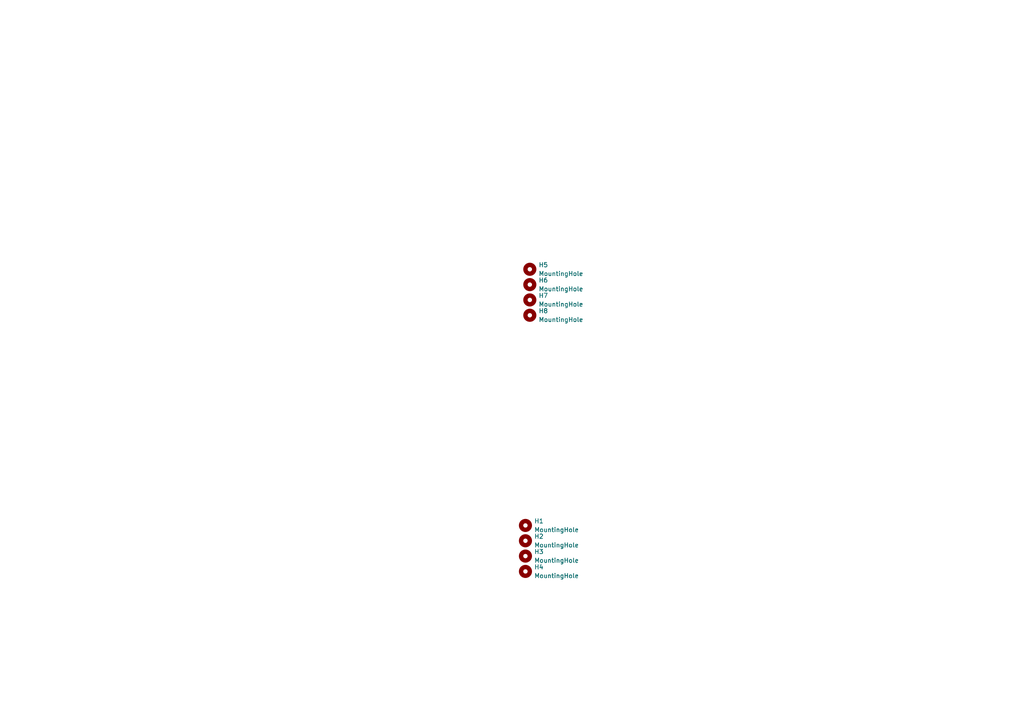
<source format=kicad_sch>
(kicad_sch (version 20211123) (generator eeschema)
  (paper "A4")
  (title_block (title "Sweep V2") (date "2021-03-10") (rev "0.1") (company "broomlabs"))
  (lib_symbols
    (symbol "Mechanical:MountingHole" (pin_names (offset 1.016))
      (property "Reference" "H" (at 0 5.08 0))
      (property "Value" "MountingHole" (at 0 3.175 0))
      (symbol "MountingHole_0_1"
        (circle (center 0 0) (radius 1.27) (stroke (width 1.27)))
      )
    )
  )
  (symbol (lib_id "Mechanical:MountingHole") (at 152.4 156.845 0) (unit 1)
    (property "Reference" "H2" (at 154.94 155.5749 0) (effects (justify left)))
    (property "Value" "MountingHole" (at 154.94 158.1149 0) (effects (justify left)))
    (property "Footprint" "MountingHole:MountingHole_3.2mm_M3" (effects hide))
  )
  (symbol (lib_id "Mechanical:MountingHole") (at 153.67 82.55 0) (unit 1)
    (property "Reference" "H6" (at 156.21 81.2799 0) (effects (justify left)))
    (property "Value" "MountingHole" (at 156.21 83.8199 0) (effects (justify left)))
    (property "Footprint" "MountingHole:MountingHole_3.2mm_M3" (effects hide))
  )
  (symbol (lib_id "Mechanical:MountingHole") (at 153.67 86.995 0) (unit 1)
    (property "Reference" "H7" (at 156.21 85.7249 0) (effects (justify left)))
    (property "Value" "MountingHole" (at 156.21 88.2649 0) (effects (justify left)))
    (property "Footprint" "MountingHole:MountingHole_3.2mm_M3" (effects hide))
  )
  (symbol (lib_id "Mechanical:MountingHole") (at 153.67 78.105 0) (unit 1)
    (property "Reference" "H5" (at 156.21 76.8349 0) (effects (justify left)))
    (property "Value" "MountingHole" (at 156.21 79.3749 0) (effects (justify left)))
    (property "Footprint" "MountingHole:MountingHole_3.2mm_M3" (effects hide))
  )
  (symbol (lib_id "Mechanical:MountingHole") (at 152.4 152.4 0) (unit 1)
    (property "Reference" "H1" (at 154.94 151.1299 0) (effects (justify left)))
    (property "Value" "MountingHole" (at 154.94 153.6699 0) (effects (justify left)))
    (property "Footprint" "MountingHole:MountingHole_3.2mm_M3" (effects hide))
  )
  (symbol (lib_id "Mechanical:MountingHole") (at 152.4 161.29 0) (unit 1)
    (property "Reference" "H3" (at 154.94 160.0199 0) (effects (justify left)))
    (property "Value" "MountingHole" (at 154.94 162.5599 0) (effects (justify left)))
    (property "Footprint" "MountingHole:MountingHole_3.2mm_M3" (effects hide))
  )
  (symbol (lib_id "Mechanical:MountingHole") (at 153.67 91.44 0) (unit 1)
    (property "Reference" "H8" (at 156.21 90.1699 0) (effects (justify left)))
    (property "Value" "MountingHole" (at 156.21 92.7099 0) (effects (justify left)))
    (property "Footprint" "MountingHole:MountingHole_3.2mm_M3" (effects hide))
  )
  (symbol (lib_id "Mechanical:MountingHole") (at 152.4 165.735 0) (unit 1)
    (property "Reference" "H4" (at 154.94 164.4649 0) (effects (justify left)))
    (property "Value" "MountingHole" (at 154.94 167.0049 0) (effects (justify left)))
    (property "Footprint" "MountingHole:MountingHole_3.2mm_M3" (effects hide))
  )
)
</source>
